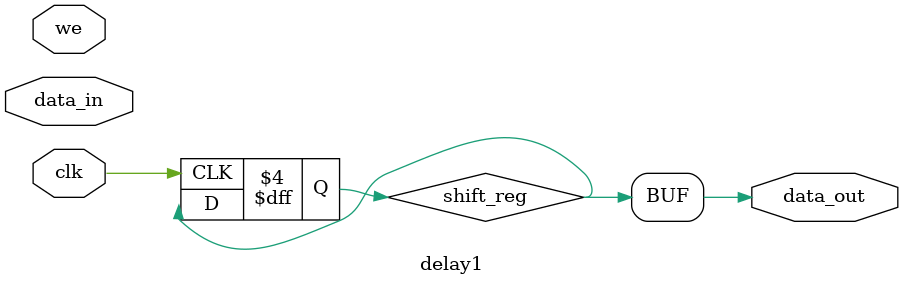
<source format=v>
`timescale 1ns / 1ps

module delay_reg( data_in, we, clk, data_out );
    parameter DELAY = 1;
    parameter WIDTH = 1;
    input [WIDTH-1:0] data_in;
    input clk;
    input we;
    output [WIDTH-1:0] data_out;

    genvar i;
    generate
        for (i=0; i < WIDTH; i=i+1) 
            begin: DELAY_REG
                delay1 #( .DELAY(DELAY) ) delay_reg_unit
                (
                    .data_in(data_in[i]),
                    .we(we),
                    .clk(clk), 
                    .data_out(data_out[i])
                );
            end
    endgenerate
    
endmodule


module delay1( data_in, we, clk, data_out);
    parameter DELAY = 1;

    input data_in;
    input we;
    input clk;
    output data_out;

    reg [DELAY-1:0] shift_reg;

    always @(posedge clk)
        if(we)
            shift_reg <= { data_in, shift_reg[DELAY-1:1]  };

    assign data_out = shift_reg[0];
    
    initial begin
        shift_reg <= 0;
    end
    
endmodule

</source>
